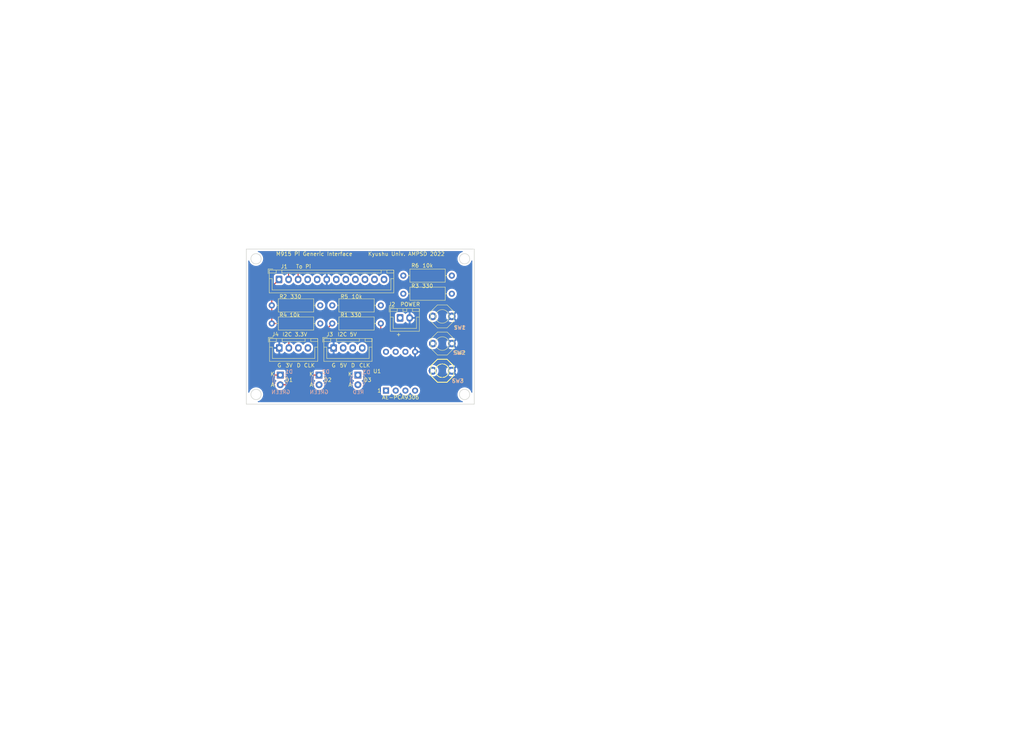
<source format=kicad_pcb>
(kicad_pcb (version 20211014) (generator pcbnew)
  (layers (0 "F.Cu" signal) (31 "B.Cu" signal) (34 "B.Paste" user) (35 "F.Paste" user) (36 "B.SilkS" user "B.Silkscreen") (37 "F.SilkS" user "F.Silkscreen") (38 "B.Mask" user) (39 "F.Mask" user) (44 "Edge.Cuts" user))
  (net 0 "")
  (net 1 "/GPIO04")
  (net 2 "Net-(D1-Pad2)")
  (net 3 "/GPIO05")
  (net 4 "Net-(D2-Pad2)")
  (net 5 "Net-(D3-Pad2)")
  (net 6 "/GPIO06")
  (net 7 "/+3.3V")
  (net 8 "/+5V")
  (net 9 "GND")
  (net 10 "/GPIO23")
  (net 11 "/GPIO24")
  (net 12 "Net-(J1-Pad9)")
  (net 13 "/SCL")
  (net 14 "/SDA")
  (net 15 "Net-(J1-Pad12)")
  (net 16 "/SDA5V")
  (net 17 "/SCL5V")
  (net 18 "Net-(U1-Pad4)")
  (footprint "Connector_JST:JST_XH_B12B-XH-A_1x12_P2.50mm_Vertical" (layer "F.Cu") (at 100.003001 76.535001)
    (fp_text reference "J1" (at 1.342999 -3.383001) (layer "F.SilkS"))
    (fp_text value "To Pi" (at 6.422999 -3.383001) (layer "F.SilkS"))
    (fp_line (start -1.6 -2.75) (end -2.85 -2.75) (layer "F.SilkS") (width 0.12))
    (fp_line (start -2.55 -1.7) (end -0.75 -1.7) (layer "F.SilkS") (width 0.12))
    (fp_line (start 28.25 -1.7) (end 30.05 -1.7) (layer "F.SilkS") (width 0.12))
    (fp_line (start -2.56 -2.46) (end -2.56 3.51) (layer "F.SilkS") (width 0.12))
    (fp_line (start 30.05 -2.45) (end 28.25 -2.45) (layer "F.SilkS") (width 0.12))
    (fp_line (start -1.8 2.75) (end 13.75 2.75) (layer "F.SilkS") (width 0.12))
    (fp_line (start 29.3 2.75) (end 13.75 2.75) (layer "F.SilkS") (width 0.12))
    (fp_line (start 29.3 -0.2) (end 29.3 2.75) (layer "F.SilkS") (width 0.12))
    (fp_line (start -2.55 -2.45) (end -2.55 -1.7) (layer "F.SilkS") (width 0.12))
    (fp_line (start 26.75 -1.7) (end 26.75 -2.45) (layer "F.SilkS") (width 0.12))
    (fp_line (start 30.06 -2.46) (end -2.56 -2.46) (layer "F.SilkS") (width 0.12))
    (fp_line (start -0.75 -2.45) (end -2.55 -2.45) (layer "F.SilkS") (width 0.12))
    (fp_line (start 28.25 -2.45) (end 28.25 -1.7) (layer "F.SilkS") (width 0.12))
    (fp_line (start 30.05 -1.7) (end 30.05 -2.45) (layer "F.SilkS") (width 0.12))
    (fp_line (start -2.85 -2.75) (end -2.85 -1.5) (layer "F.SilkS") (width 0.12))
    (fp_line (start 0.75 -1.7) (end 26.75 -1.7) (layer "F.SilkS") (width 0.12))
    (fp_line (start 0.75 -2.45) (end 0.75 -1.7) (layer "F.SilkS") (width 0.12))
    (fp_line (start 26.75 -2.45) (end 0.75 -2.45) (layer "F.SilkS") (width 0.12))
    (fp_line (start -2.55 -0.2) (end -1.8 -0.2) (layer "F.SilkS") (width 0.12))
    (fp_line (start 30.05 -0.2) (end 29.3 -0.2) (layer "F.SilkS") (width 0.12))
    (fp_line (start 30.06 3.51) (end 30.06 -2.46) (layer "F.SilkS") (width 0.12))
    (fp_line (start -1.8 -0.2) (end -1.8 2.75) (layer "F.SilkS") (width 0.12))
    (fp_line (start -2.56 3.51) (end 30.06 3.51) (layer "F.SilkS") (width 0.12))
    (fp_line (start -0.75 -1.7) (end -0.75 -2.45) (layer "F.SilkS") (width 0.12))
    (pad "1" thru_hole roundrect locked (at 0 0) (size 1.7 1.95) (drill 0.95) (layers *.Cu *.Mask) (roundrect_rratio 0.147059) (net 7 "/+3.3V"))
    (pad "2" thru_hole oval locked (at 2.5 0) (size 1.7 1.95) (drill 0.95) (layers *.Cu *.Mask) (net 1 "/GPIO04"))
    (pad "3" thru_hole oval locked (at 5 0) (size 1.7 1.95) (drill 0.95) (layers *.Cu *.Mask) (net 3 "/GPIO05"))
    (pad "4" thru_hole oval locked (at 7.5 0) (size 1.7 1.95) (drill 0.95) (layers *.Cu *.Mask) (net 6 "/GPIO06"))
    (pad "5" thru_hole oval locked (at 10 0) (size 1.7 1.95) (drill 0.95) (layers *.Cu *.Mask) (net 8 "/+5V"))
    (pad "6" thru_hole oval locked (at 12.5 0) (size 1.7 1.95) (drill 0.95) (layers *.Cu *.Mask) (net 9 "GND"))
    (pad "7" thru_hole oval locked (at 15 0) (size 1.7 1.95) (drill 0.95) (layers *.Cu *.Mask) (net 10 "/GPIO23"))
    (pad "8" thru_hole oval locked (at 17.5 0) (size 1.7 1.95) (drill 0.95) (layers *.Cu *.Mask) (net 11 "/GPIO24"))
    (pad "9" thru_hole oval locked (at 20 0) (size 1.7 1.95) (drill 0.95) (layers *.Cu *.Mask) (net 12 "Net-(J1-Pad9)"))
    (pad "10" thru_hole oval locked (at 22.5 0) (size 1.7 1.95) (drill 0.95) (layers *.Cu *.Mask) (net 13 "/SCL"))
    (pad "11" thru_hole oval locked (at 25 0) (size 1.7 1.95) (drill 0.95) (layers *.Cu *.Mask) (net 14 "/SDA"))
    (pad "12" thru_hole oval locked (at 27.5 0) (size 1.7 1.95) (drill 0.95) (layers *.Cu *.Mask) (net 15 "Net-(J1-Pad12)"))
  )
  (footprint "Connector_JST:JST_XH_B2B-XH-A_1x02_P2.50mm_Vertical" (layer "F.Cu") (at 131.703001 86.614)
    (fp_text reference "J2" (at -2.163001 -3.556) (layer "F.SilkS"))
    (fp_text value "POWER" (at 2.662999 -3.556) (layer "F.SilkS"))
    (fp_line (start 4.3 -0.2) (end 4.3 2.75) (layer "F.SilkS") (width 0.12))
    (fp_line (start 5.05 -2.45) (end 3.25 -2.45) (layer "F.SilkS") (width 0.12))
    (fp_line (start 5.06 -2.46) (end -2.56 -2.46) (layer "F.SilkS") (width 0.12))
    (fp_line (start -0.75 -1.7) (end -0.75 -2.45) (layer "F.SilkS") (width 0.12))
    (fp_line (start 4.3 2.75) (end 1.25 2.75) (layer "F.SilkS") (width 0.12))
    (fp_line (start 0.75 -1.7) (end 1.75 -1.7) (layer "F.SilkS") (width 0.12))
    (fp_line (start 0.75 -2.45) (end 0.75 -1.7) (layer "F.SilkS") (width 0.12))
    (fp_line (start 1.75 -2.45) (end 0.75 -2.45) (layer "F.SilkS") (width 0.12))
    (fp_line (start -2.56 -2.46) (end -2.56 3.51) (layer "F.SilkS") (width 0.12))
    (fp_line (start -2.55 -0.2) (end -1.8 -0.2) (layer "F.SilkS") (width 0.12))
    (fp_line (start -1.6 -2.75) (end -2.85 -2.75) (layer "F.SilkS") (width 0.12))
    (fp_line (start -1.8 -0.2) (end -1.8 2.75) (layer "F.SilkS") (width 0.12))
    (fp_line (start 5.05 -1.7) (end 5.05 -2.45) (layer "F.SilkS") (width 0.12))
    (fp_line (start -2.85 -2.75) (end -2.85 -1.5) (layer "F.SilkS") (width 0.12))
    (fp_line (start 3.25 -1.7) (end 5.05 -1.7) (layer "F.SilkS") (width 0.12))
    (fp_line (start -2.56 3.51) (end 5.06 3.51) (layer "F.SilkS") (width 0.12))
    (fp_line (start 5.06 3.51) (end 5.06 -2.46) (layer "F.SilkS") (width 0.12))
    (fp_line (start 5.05 -0.2) (end 4.3 -0.2) (layer "F.SilkS") (width 0.12))
    (fp_line (start 3.25 -2.45) (end 3.25 -1.7) (layer "F.SilkS") (width 0.12))
    (fp_line (start -2.55 -2.45) (end -2.55 -1.7) (layer "F.SilkS") (width 0.12))
    (fp_line (start -1.8 2.75) (end 1.25 2.75) (layer "F.SilkS") (width 0.12))
    (fp_line (start -0.75 -2.45) (end -2.55 -2.45) (layer "F.SilkS") (width 0.12))
    (fp_line (start -2.55 -1.7) (end -0.75 -1.7) (layer "F.SilkS") (width 0.12))
    (fp_line (start 1.75 -1.7) (end 1.75 -2.45) (layer "F.SilkS") (width 0.12))
    (pad "1" thru_hole roundrect locked (at 0 0) (size 1.7 2) (drill 1) (layers *.Cu *.Mask) (roundrect_rratio 0.147059) (net 8 "/+5V"))
    (pad "2" thru_hole oval locked (at 2.5 0) (size 1.7 2) (drill 1) (layers *.Cu *.Mask) (net 9 "GND"))
  )
  (footprint "Connector_JST:JST_XH_B4B-XH-A_1x04_P2.50mm_Vertical" (layer "F.Cu") (at 114.3 94.488)
    (fp_text reference "J3" (at -1.016 -3.55) (layer "F.SilkS"))
    (fp_text value "I2C 5V" (at 3.556 -3.556) (layer "F.SilkS"))
    (fp_line (start 8.25 -1.7) (end 10.05 -1.7) (layer "F.SilkS") (width 0.12))
    (fp_line (start 0.75 -1.7) (end 6.75 -1.7) (layer "F.SilkS") (width 0.12))
    (fp_line (start 6.75 -1.7) (end 6.75 -2.45) (layer "F.SilkS") (width 0.12))
    (fp_line (start -2.85 -2.75) (end -2.85 -1.5) (layer "F.SilkS") (width 0.12))
    (fp_line (start -0.75 -2.45) (end -2.55 -2.45) (layer "F.SilkS") (width 0.12))
    (fp_line (start -2.56 3.51) (end 10.06 3.51) (layer "F.SilkS") (width 0.12))
    (fp_line (start 6.75 -2.45) (end 0.75 -2.45) (layer "F.SilkS") (width 0.12))
    (fp_line (start 9.3 2.75) (end 3.75 2.75) (layer "F.SilkS") (width 0.12))
    (fp_line (start 10.05 -1.7) (end 10.05 -2.45) (layer "F.SilkS") (width 0.12))
    (fp_line (start -2.55 -1.7) (end -0.75 -1.7) (layer "F.SilkS") (width 0.12))
    (fp_line (start -1.8 -0.2) (end -1.8 2.75) (layer "F.SilkS") (width 0.12))
    (fp_line (start 10.05 -0.2) (end 9.3 -0.2) (layer "F.SilkS") (width 0.12))
    (fp_line (start -1.6 -2.75) (end -2.85 -2.75) (layer "F.SilkS") (width 0.12))
    (fp_line (start 8.25 -2.45) (end 8.25 -1.7) (layer "F.SilkS") (width 0.12))
    (fp_line (start -1.8 2.75) (end 3.75 2.75) (layer "F.SilkS") (width 0.12))
    (fp_line (start 10.06 -2.46) (end -2.56 -2.46) (layer "F.SilkS") (width 0.12))
    (fp_line (start 10.05 -2.45) (end 8.25 -2.45) (layer "F.SilkS") (width 0.12))
    (fp_line (start 10.06 3.51) (end 10.06 -2.46) (layer "F.SilkS") (width 0.12))
    (fp_line (start -2.55 -2.45) (end -2.55 -1.7) (layer "F.SilkS") (width 0.12))
    (fp_line (start -0.75 -1.7) (end -0.75 -2.45) (layer "F.SilkS") (width 0.12))
    (fp_line (start -2.55 -0.2) (end -1.8 -0.2) (layer "F.SilkS") (width 0.12))
    (fp_line (start -2.56 -2.46) (end -2.56 3.51) (layer "F.SilkS") (width 0.12))
    (fp_line (start 9.3 -0.2) (end 9.3 2.75) (layer "F.SilkS") (width 0.12))
    (fp_line (start 0.75 -2.45) (end 0.75 -1.7) (layer "F.SilkS") (width 0.12))
    (pad "1" thru_hole roundrect locked (at 0 0) (size 1.7 1.95) (drill 0.95) (layers *.Cu *.Mask) (roundrect_rratio 0.147059) (net 9 "GND"))
    (pad "2" thru_hole oval locked (at 2.5 0) (size 1.7 1.95) (drill 0.95) (layers *.Cu *.Mask) (net 8 "/+5V"))
    (pad "3" thru_hole oval locked (at 5 0) (size 1.7 1.95) (drill 0.95) (layers *.Cu *.Mask) (net 16 "/SDA5V"))
    (pad "4" thru_hole oval locked (at 7.5 0) (size 1.7 1.95) (drill 0.95) (layers *.Cu *.Mask) (net 17 "/SCL5V"))
  )
  (footprint "Connector_JST:JST_XH_B4B-XH-A_1x04_P2.50mm_Vertical" (layer "F.Cu") (at 100.076 94.488)
    (fp_text reference "J4" (at -1.016 -3.556) (layer "F.SilkS"))
    (fp_text value "I2C 3.3V" (at 4.064 -3.556) (layer "F.SilkS"))
    (fp_line (start 10.06 3.51) (end 10.06 -2.46) (layer "F.SilkS") (width 0.12))
    (fp_line (start -1.8 2.75) (end 3.75 2.75) (layer "F.SilkS") (width 0.12))
    (fp_line (start -2.85 -2.75) (end -2.85 -1.5) (layer "F.SilkS") (width 0.12))
    (fp_line (start 10.05 -0.2) (end 9.3 -0.2) (layer "F.SilkS") (width 0.12))
    (fp_line (start 9.3 -0.2) (end 9.3 2.75) (layer "F.SilkS") (width 0.12))
    (fp_line (start -0.75 -1.7) (end -0.75 -2.45) (layer "F.SilkS") (width 0.12))
    (fp_line (start 0.75 -2.45) (end 0.75 -1.7) (layer "F.SilkS") (width 0.12))
    (fp_line (start 8.25 -2.45) (end 8.25 -1.7) (layer "F.SilkS") (width 0.12))
    (fp_line (start -1.6 -2.75) (end -2.85 -2.75) (layer "F.SilkS") (width 0.12))
    (fp_line (start -2.56 3.51) (end 10.06 3.51) (layer "F.SilkS") (width 0.12))
    (fp_line (start -2.55 -2.45) (end -2.55 -1.7) (layer "F.SilkS") (width 0.12))
    (fp_line (start 10.05 -2.45) (end 8.25 -2.45) (layer "F.SilkS") (width 0.12))
    (fp_line (start -2.55 -1.7) (end -0.75 -1.7) (layer "F.SilkS") (width 0.12))
    (fp_line (start -0.75 -2.45) (end -2.55 -2.45) (layer "F.SilkS") (width 0.12))
    (fp_line (start -2.56 -2.46) (end -2.56 3.51) (layer "F.SilkS") (width 0.12))
    (fp_line (start -1.8 -0.2) (end -1.8 2.75) (layer "F.SilkS") (width 0.12))
    (fp_line (start 10.05 -1.7) (end 10.05 -2.45) (layer "F.SilkS") (width 0.12))
    (fp_line (start 8.25 -1.7) (end 10.05 -1.7) (layer "F.SilkS") (width 0.12))
    (fp_line (start -2.55 -0.2) (end -1.8 -0.2) (layer "F.SilkS") (width 0.12))
    (fp_line (start 6.75 -1.7) (end 6.75 -2.45) (layer "F.SilkS") (width 0.12))
    (fp_line (start 6.75 -2.45) (end 0.75 -2.45) (layer "F.SilkS") (width 0.12))
    (fp_line (start 0.75 -1.7) (end 6.75 -1.7) (layer "F.SilkS") (width 0.12))
    (fp_line (start 9.3 2.75) (end 3.75 2.75) (layer "F.SilkS") (width 0.12))
    (fp_line (start 10.06 -2.46) (end -2.56 -2.46) (layer "F.SilkS") (width 0.12))
    (pad "1" thru_hole roundrect locked (at 0 0) (size 1.7 1.95) (drill 0.95) (layers *.Cu *.Mask) (roundrect_rratio 0.147059) (net 9 "GND"))
    (pad "2" thru_hole oval locked (at 2.5 0) (size 1.7 1.95) (drill 0.95) (layers *.Cu *.Mask) (net 7 "/+3.3V"))
    (pad "3" thru_hole oval locked (at 5 0) (size 1.7 1.95) (drill 0.95) (layers *.Cu *.Mask) (net 14 "/SDA"))
    (pad "4" thru_hole oval locked (at 7.5 0) (size 1.7 1.95) (drill 0.95) (layers *.Cu *.Mask) (net 13 "/SCL"))
  )
  (footprint "Resistor_THT:R_Axial_DIN0309_L9.0mm_D3.2mm_P12.70mm_Horizontal" (layer "F.Cu") (at 113.953001 88.085001)
    (fp_text reference "R1" (at 3.140999 -2.233001) (layer "F.SilkS"))
    (fp_text value "330" (at 6.188999 -2.233001) (layer "F.SilkS"))
    (fp_line (start 1.73 1.72) (end 10.97 1.72) (layer "F.SilkS") (width 0.12))
    (fp_line (start 10.97 -1.72) (end 1.73 -1.72) (layer "F.SilkS") (width 0.12))
    (fp_line (start 1.04 0) (end 1.73 0) (layer "F.SilkS") (width 0.12))
    (fp_line (start 10.97 1.72) (end 10.97 -1.72) (layer "F.SilkS") (width 0.12))
    (fp_line (start 11.66 0) (end 10.97 0) (layer "F.SilkS") (width 0.12))
    (fp_line (start 1.73 -1.72) (end 1.73 1.72) (layer "F.SilkS") (width 0.12))
    (pad "1" thru_hole circle locked (at 0 0) (size 1.6 1.6) (drill 0.8) (layers *.Cu *.Mask) (net 7 "/+3.3V"))
    (pad "2" thru_hole oval locked (at 12.7 0) (size 1.6 1.6) (drill 0.8) (layers *.Cu *.Mask) (net 2 "Net-(D1-Pad2)"))
  )
  (footprint "Resistor_THT:R_Axial_DIN0309_L9.0mm_D3.2mm_P12.70mm_Horizontal" (layer "F.Cu") (at 98.103001 83.335001)
    (fp_text reference "R2" (at 2.988999 -2.309001) (layer "F.SilkS"))
    (fp_text value "330" (at 6.290999 -2.309001) (layer "F.SilkS"))
    (fp_line (start 10.97 -1.72) (end 1.73 -1.72) (layer "F.SilkS") (width 0.12))
    (fp_line (start 11.66 0) (end 10.97 0) (layer "F.SilkS") (width 0.12))
    (fp_line (start 10.97 1.72) (end 10.97 -1.72) (layer "F.SilkS") (width 0.12))
    (fp_line (start 1.04 0) (end 1.73 0) (layer "F.SilkS") (width 0.12))
    (fp_line (start 1.73 1.72) (end 10.97 1.72) (layer "F.SilkS") (width 0.12))
    (fp_line (start 1.73 -1.72) (end 1.73 1.72) (layer "F.SilkS") (width 0.12))
    (pad "1" thru_hole circle locked (at 0 0) (size 1.6 1.6) (drill 0.8) (layers *.Cu *.Mask) (net 7 "/+3.3V"))
    (pad "2" thru_hole oval locked (at 12.7 0) (size 1.6 1.6) (drill 0.8) (layers *.Cu *.Mask) (net 4 "Net-(D2-Pad2)"))
  )
  (footprint "Resistor_THT:R_Axial_DIN0309_L9.0mm_D3.2mm_P12.70mm_Horizontal" (layer "F.Cu") (at 132.553001 80.285001)
    (fp_text reference "R3" (at 3.082999 -2.053001) (layer "F.SilkS"))
    (fp_text value "330" (at 6.35 -2.053001) (layer "F.SilkS"))
    (fp_line (start 1.73 1.72) (end 10.97 1.72) (layer "F.SilkS") (width 0.12))
    (fp_line (start 1.04 0) (end 1.73 0) (layer "F.SilkS") (width 0.12))
    (fp_line (start 10.97 -1.72) (end 1.73 -1.72) (layer "F.SilkS") (width 0.12))
    (fp_line (start 1.73 -1.72) (end 1.73 1.72) (layer "F.SilkS") (width 0.12))
    (fp_line (start 11.66 0) (end 10.97 0) (layer "F.SilkS") (width 0.12))
    (fp_line (start 10.97 1.72) (end 10.97 -1.72) (layer "F.SilkS") (width 0.12))
    (pad "1" thru_hole circle locked (at 0 0) (size 1.6 1.6) (drill 0.8) (layers *.Cu *.Mask) (net 7 "/+3.3V"))
    (pad "2" thru_hole oval locked (at 12.7 0) (size 1.6 1.6) (drill 0.8) (layers *.Cu *.Mask) (net 5 "Net-(D3-Pad2)"))
  )
  (footprint "Resistor_THT:R_Axial_DIN0309_L9.0mm_D3.2mm_P12.70mm_Horizontal" (layer "F.Cu") (at 98.103001 88.085001)
    (fp_text reference "R4" (at 2.988999 -2.233001) (layer "F.SilkS"))
    (fp_text value "10k" (at 6.036999 -2.233001) (layer "F.SilkS"))
    (fp_line (start 10.97 -1.72) (end 1.73 -1.72) (layer "F.SilkS") (width 0.12))
    (fp_line (start 1.73 1.72) (end 10.97 1.72) (layer "F.SilkS") (width 0.12))
    (fp_line (start 11.66 0) (end 10.97 0) (layer "F.SilkS") (width 0.12))
    (fp_line (start 10.97 1.72) (end 10.97 -1.72) (layer "F.SilkS") (width 0.12))
    (fp_line (start 1.04 0) (end 1.73 0) (layer "F.SilkS") (width 0.12))
    (fp_line (start 1.73 -1.72) (end 1.73 1.72) (layer "F.SilkS") (width 0.12))
    (pad "1" thru_hole circle locked (at 0 0) (size 1.6 1.6) (drill 0.8) (layers *.Cu *.Mask) (net 7 "/+3.3V"))
    (pad "2" thru_hole oval locked (at 12.7 0) (size 1.6 1.6) (drill 0.8) (layers *.Cu *.Mask) (net 10 "/GPIO23"))
  )
  (footprint "Resistor_THT:R_Axial_DIN0309_L9.0mm_D3.2mm_P12.70mm_Horizontal" (layer "F.Cu") (at 113.953001 83.335001)
    (fp_text reference "R5" (at 3.140999 -2.309001) (layer "F.SilkS"))
    (fp_text value "10k" (at 6.442999 -2.309001) (layer "F.SilkS"))
    (fp_line (start 11.66 0) (end 10.97 0) (layer "F.SilkS") (width 0.12))
    (fp_line (start 1.73 -1.72) (end 1.73 1.72) (layer "F.SilkS") (width 0.12))
    (fp_line (start 10.97 1.72) (end 10.97 -1.72) (layer "F.SilkS") (width 0.12))
    (fp_line (start 1.73 1.72) (end 10.97 1.72) (layer "F.SilkS") (width 0.12))
    (fp_line (start 1.04 0) (end 1.73 0) (layer "F.SilkS") (width 0.12))
    (fp_line (start 10.97 -1.72) (end 1.73 -1.72) (layer "F.SilkS") (width 0.12))
    (pad "1" thru_hole circle locked (at 0 0) (size 1.6 1.6) (drill 0.8) (layers *.Cu *.Mask) (net 7 "/+3.3V"))
    (pad "2" thru_hole oval locked (at 12.7 0) (size 1.6 1.6) (drill 0.8) (layers *.Cu *.Mask) (net 11 "/GPIO24"))
  )
  (footprint "Resistor_THT:R_Axial_DIN0309_L9.0mm_D3.2mm_P12.70mm_Horizontal" (layer "F.Cu") (at 132.553001 75.535001)
    (fp_text reference "R6" (at 3.082999 -2.637001) (layer "F.SilkS"))
    (fp_text value "10k" (at 6.384999 -2.637001) (layer "F.SilkS"))
    (fp_line (start 11.66 0) (end 10.97 0) (layer "F.SilkS") (width 0.12))
    (fp_line (start 1.73 -1.72) (end 1.73 1.72) (layer "F.SilkS") (width 0.12))
    (fp_line (start 10.97 -1.72) (end 1.73 -1.72) (layer "F.SilkS") (width 0.12))
    (fp_line (start 1.73 1.72) (end 10.97 1.72) (layer "F.SilkS") (width 0.12))
    (fp_line (start 10.97 1.72) (end 10.97 -1.72) (layer "F.SilkS") (width 0.12))
    (fp_line (start 1.04 0) (end 1.73 0) (layer "F.SilkS") (width 0.12))
    (pad "1" thru_hole circle locked (at 0 0) (size 1.6 1.6) (drill 0.8) (layers *.Cu *.Mask) (net 7 "/+3.3V"))
    (pad "2" thru_hole oval locked (at 12.7 0) (size 1.6 1.6) (drill 0.8) (layers *.Cu *.Mask) (net 12 "Net-(J1-Pad9)"))
  )
  (footprint "HOLLY:TVDT18-050" (layer "F.Cu") (at 142.778 93.340001)
    (fp_text reference "SW2" (at 4.542 2.417999) (layer "F.SilkS"))
    (fp_text value "SW_Push")
    (fp_line (start -3 1.27) (end -1.27 3) (layer "F.SilkS") (width 0.12))
    (fp_line (start -1.27 -3) (end -3 -1.27) (layer "F.SilkS") (width 0.12))
    (fp_line (start -1.27 3) (end 1.27 3) (layer "F.SilkS") (width 0.12))
    (fp_line (start 3 1.27) (end 3 -1.27) (layer "F.SilkS") (width 0.12))
    (fp_line (start 1.27 -3) (end -1.27 -3) (layer "F.SilkS") (width 0.12))
    (fp_line (start 3 -1.27) (end 1.27 -3) (layer "F.SilkS") (width 0.12))
    (fp_line (start 1.27 3) (end 3 1.27) (layer "F.SilkS") (width 0.12))
    (fp_line (start -3 -1.27) (end -3 1.27) (layer "F.SilkS") (width 0.12))
    (fp_circle (center 0 0) (end 0.127 1.778) (layer "F.SilkS") (width 0.12) (fill none))
    (pad "1" thru_hole circle locked (at -2.5 0) (size 2 2) (drill 1) (layers *.Cu *.Mask) (net 11 "/GPIO24"))
    (pad "2" thru_hole circle locked (at 2.5 0) (size 2 2) (drill 1) (layers *.Cu *.Mask) (net 9 "GND"))
  )
  (footprint "Akizuki:AE-PCA9306" (layer "F.Cu") (at 128.016 105.664 90)
    (fp_text reference "U1" (at 5.08 -2.33 180) (layer "F.SilkS"))
    (fp_text value "AE-PCA9306" (at -1.778 3.81 180) (layer "F.SilkS"))
    (pad "1" thru_hole rect locked (at 0 0 90) (size 1.6 1.6) (drill 0.8) (layers *.Cu *.Mask) (net 7 "/+3.3V"))
    (pad "2" thru_hole oval locked (at 0 2.54 90) (size 1.6 1.6) (drill 0.8) (layers *.Cu *.Mask) (net 13 "/SCL"))
    (pad "3" thru_hole oval locked (at 0 5.08 90) (size 1.6 1.6) (drill 0.8) (layers *.Cu *.Mask) (net 14 "/SDA"))
    (pad "4" thru_hole oval locked (at 0 7.62 90) (size 1.6 1.6) (drill 0.8) (layers *.Cu *.Mask) (net 18 "Net-(U1-Pad4)"))
    (pad "5" thru_hole oval locked (at 10.16 7.62 90) (size 1.6 1.6) (drill 0.8) (layers *.Cu *.Mask) (net 9 "GND"))
    (pad "6" thru_hole oval locked (at 10.16 5.08 90) (size 1.6 1.6) (drill 0.8) (layers *.Cu *.Mask) (net 16 "/SDA5V"))
    (pad "7" thru_hole oval locked (at 10.16 2.54 90) (size 1.6 1.6) (drill 0.8) (layers *.Cu *.Mask) (net 17 "/SCL5V"))
    (pad "8" thru_hole oval locked (at 10.16 0 90) (size 1.6 1.6) (drill 0.8) (layers *.Cu *.Mask) (net 8 "/+5V"))
  )
  (footprint "HOLLY:TVDT18-050" (layer "F.Cu") (at 142.748 86.220001)
    (fp_text reference "SW1" (at 4.572 2.933999) (layer "F.SilkS"))
    (fp_text value "SW_Push")
    (fp_line (start 3 1.27) (end 3 -1.27) (layer "F.SilkS") (width 0.12))
    (fp_line (start -1.27 -3) (end -3 -1.27) (layer "F.SilkS") (width 0.12))
    (fp_line (start 1.27 -3) (end -1.27 -3) (layer "F.SilkS") (width 0.12))
    (fp_line (start -3 1.27) (end -1.27 3) (layer "F.SilkS") (width 0.12))
    (fp_line (start 3 -1.27) (end 1.27 -3) (layer "F.SilkS") (width 0.12))
    (fp_line (start 1.27 3) (end 3 1.27) (layer "F.SilkS") (width 0.12))
    (fp_line (start -3 -1.27) (end -3 1.27) (layer "F.SilkS") (width 0.12))
    (fp_line (start -1.27 3) (end 1.27 3) (layer "F.SilkS") (width 0.12))
    (fp_circle (center 0 0) (end 0.127 1.778) (layer "F.SilkS") (width 0.12) (fill none))
    (pad "1" thru_hole circle locked (at -2.5 0) (size 2 2) (drill 1) (layers *.Cu *.Mask) (net 10 "/GPIO23"))
    (pad "2" thru_hole circle locked (at 2.5 0) (size 2 2) (drill 1) (layers *.Cu *.Mask) (net 9 "GND"))
  )
  (footprint "HOLLY:TVDT18-050" (layer "F.Cu") (at 142.748 100.460001)
    (fp_text reference "SW3" hide)
    (fp_text value "SW_Push")
    (fp_line (start 3 1.27) (end 3 -1.27) (layer "F.SilkS") (width 0.12))
    (fp_line (start 1.27 3) (end 3 1.27) (layer "F.SilkS") (width 0.12))
    (fp_line (start 3 -1.27) (end 1.27 -3) (layer "F.SilkS") (width 0.12))
    (fp_line (start -1.27 3) (end 1.27 3) (layer "F.SilkS") (width 0.12))
    (fp_line (start -3 -1.27) (end -3 1.27) (layer "F.SilkS") (width 0.12))
    (fp_line (start -1.27 -3) (end -3 -1.27) (layer "F.SilkS") (width 0.12))
    (fp_line (start 1.27 -3) (end -1.27 -3) (layer "F.SilkS") (width 0.12))
    (fp_line (start -3 1.27) (end -1.27 3) (layer "F.SilkS") (width 0.12))
    (fp_circle (center 0 0) (end 0.127 1.778) (layer "F.SilkS") (width 0.12) (fill none))
    (pad "1" thru_hole circle locked (at -2.5 0) (size 2 2) (drill 1) (layers *.Cu *.Mask) (net 12 "Net-(J1-Pad9)"))
    (pad "2" thru_hole circle locked (at 2.5 0) (size 2 2) (drill 1) (layers *.Cu *.Mask) (net 9 "GND"))
  )
  (footprint "HOLLY:TVDT18-050" (layer "F.Cu") (at 142.748 100.460001)
    (fp_text reference "SW3" hide)
    (fp_text value "SW_Push")
    (fp_line (start -3 -1.27) (end -3 1.27) (layer "F.SilkS") (width 0.12))
    (fp_line (start -1.27 3) (end 1.27 3) (layer "F.SilkS") (width 0.12))
    (fp_line (start -1.27 -3) (end -3 -1.27) (layer "F.SilkS") (width 0.12))
    (fp_line (start 1.27 3) (end 3 1.27) (layer "F.SilkS") (width 0.12))
    (fp_line (start 1.27 -3) (end -1.27 -3) (layer "F.SilkS") (width 0.12))
    (fp_line (start 3 -1.27) (end 1.27 -3) (layer "F.SilkS") (width 0.12))
    (fp_line (start 3 1.27) (end 3 -1.27) (layer "F.SilkS") (width 0.12))
    (fp_line (start -3 1.27) (end -1.27 3) (layer "F.SilkS") (width 0.12))
    (fp_circle (center 0 0) (end 0.127 1.778) (layer "F.SilkS") (width 0.12) (fill none))
    (pad "1" thru_hole circle locked (at -2.5 0) (size 2 2) (drill 1) (layers *.Cu *.Mask) (net 12 "Net-(J1-Pad9)"))
    (pad "2" thru_hole circle locked (at 2.5 0) (size 2 2) (drill 1) (layers *.Cu *.Mask) (net 9 "GND"))
  )
  (footprint "HOLLY:TVDT18-050" (layer "F.Cu") (at 142.748 100.460001)
    (fp_text reference "SW3" hide)
    (fp_text value "SW_Push")
    (fp_line (start 3 -1.27) (end 1.27 -3) (layer "F.SilkS") (width 0.12))
    (fp_line (start -3 1.27) (end -1.27 3) (layer "F.SilkS") (width 0.12))
    (fp_line (start -3 -1.27) (end -3 1.27) (layer "F.SilkS") (width 0.12))
    (fp_line (start -1.27 -3) (end -3 -1.27) (layer "F.SilkS") (width 0.12))
    (fp_line (start -1.27 3) (end 1.27 3) (layer "F.SilkS") (width 0.12))
    (fp_line (start 3 1.27) (end 3 -1.27) (layer "F.SilkS") (width 0.12))
    (fp_line (start 1.27 3) (end 3 1.27) (layer "F.SilkS") (width 0.12))
    (fp_line (start 1.27 -3) (end -1.27 -3) (layer "F.SilkS") (width 0.12))
    (fp_circle (center 0 0) (end 0.127 1.778) (layer "F.SilkS") (width 0.12) (fill none))
    (pad "1" thru_hole circle locked (at -2.5 0) (size 2 2) (drill 1) (layers *.Cu *.Mask) (net 12 "Net-(J1-Pad9)"))
    (pad "2" thru_hole circle locked (at 2.5 0) (size 2 2) (drill 1) (layers *.Cu *.Mask) (net 9 "GND"))
  )
  (footprint "HOLLY:TVDT18-050" (layer "F.Cu") (at 142.748 100.460001)
    (fp_text reference "SW3" hide)
    (fp_text value "SW_Push")
    (fp_line (start -3 1.27) (end -1.27 3) (layer "F.SilkS") (width 0.12))
    (fp_line (start -1.27 -3) (end -3 -1.27) (layer "F.SilkS") (width 0.12))
    (fp_line (start 1.27 3) (end 3 1.27) (layer "F.SilkS") (width 0.12))
    (fp_line (start 3 -1.27) (end 1.27 -3) (layer "F.SilkS") (width 0.12))
    (fp_line (start 1.27 -3) (end -1.27 -3) (layer "F.SilkS") (width 0.12))
    (fp_line (start -1.27 3) (end 1.27 3) (layer "F.SilkS") (width 0.12))
    (fp_line (start 3 1.27) (end 3 -1.27) (layer "F.SilkS") (width 0.12))
    (fp_line (start -3 -1.27) (end -3 1.27) (layer "F.SilkS") (width 0.12))
    (fp_circle (center 0 0) (end 0.127 1.778) (layer "F.SilkS") (width 0.12) (fill none))
    (pad "1" thru_hole circle locked (at -2.5 0) (size 2 2) (drill 1) (layers *.Cu *.Mask) (net 12 "Net-(J1-Pad9)"))
    (pad "2" thru_hole circle locked (at 2.5 0) (size 2 2) (drill 1) (layers *.Cu *.Mask) (net 9 "GND"))
  )
  (footprint "HOLLY:TVDT18-050" (layer "F.Cu") (at 142.748 100.460001)
    (fp_text reference "SW3" hide)
    (fp_text value "SW_Push")
    (fp_line (start 1.27 3) (end 3 1.27) (layer "F.SilkS") (width 0.12))
    (fp_line (start 3 -1.27) (end 1.27 -3) (layer "F.SilkS") (width 0.12))
    (fp_line (start 3 1.27) (end 3 -1.27) (layer "F.SilkS") (width 0.12))
    (fp_line (start -1.27 -3) (end -3 -1.27) (layer "F.SilkS") (width 0.12))
    (fp_line (start -1.27 3) (end 1.27 3) (layer "F.SilkS") (width 0.12))
    (fp_line (start 1.27 -3) (end -1.27 -3) (layer "F.SilkS") (width 0.12))
    (fp_line (start -3 1.27) (end -1.27 3) (layer "F.SilkS") (width 0.12))
    (fp_line (start -3 -1.27) (end -3 1.27) (layer "F.SilkS") (width 0.12))
    (fp_circle (center 0 0) (end 0.127 1.778) (layer "F.SilkS") (width 0.12) (fill none))
    (pad "1" thru_hole circle locked (at -2.5 0) (size 2 2) (drill 1) (layers *.Cu *.Mask) (net 12 "Net-(J1-Pad9)"))
    (pad "2" thru_hole circle locked (at 2.5 0) (size 2 2) (drill 1) (layers *.Cu *.Mask) (net 9 "GND"))
  )
  (footprint "HOLLY:TVDT18-050" (layer "F.Cu") (at 142.748 100.460001)
    (fp_text reference "SW3" hide)
    (fp_text value "SW_Push")
    (fp_line (start 3 -1.27) (end 1.27 -3) (layer "F.SilkS") (width 0.12))
    (fp_line (start 1.27 -3) (end -1.27 -3) (layer "F.SilkS") (width 0.12))
    (fp_line (start -1.27 -3) (end -3 -1.27) (layer "F.SilkS") (width 0.12))
    (fp_line (start 1.27 3) (end 3 1.27) (layer "F.SilkS") (width 0.12))
    (fp_line (start -3 -1.27) (end -3 1.27) (layer "F.SilkS") (width 0.12))
    (fp_line (start 3 1.27) (end 3 -1.27) (layer "F.SilkS") (width 0.12))
    (fp_line (start -1.27 3) (end 1.27 3) (layer "F.SilkS") (width 0.12))
    (fp_line (start -3 1.27) (end -1.27 3) (layer "F.SilkS") (width 0.12))
    (fp_circle (center 0 0) (end 0.127 1.778) (layer "F.SilkS") (width 0.12) (fill none))
    (pad "1" thru_hole circle locked (at -2.5 0) (size 2 2) (drill 1) (layers *.Cu *.Mask) (net 12 "Net-(J1-Pad9)"))
    (pad "2" thru_hole circle locked (at 2.5 0) (size 2 2) (drill 1) (layers *.Cu *.Mask) (net 9 "GND"))
  )
  (footprint "HOLLY:TVDT18-050" (layer "F.Cu") (at 142.748 100.460001)
    (fp_text reference "SW3" hide)
    (fp_text value "SW_Push")
    (fp_line (start -1.27 -3) (end -3 -1.27) (layer "F.SilkS") (width 0.12))
    (fp_line (start 1.27 3) (end 3 1.27) (layer "F.SilkS") (width 0.12))
    (fp_line (start -3 1.27) (end -1.27 3) (layer "F.SilkS") (width 0.12))
    (fp_line (start 1.27 -3) (end -1.27 -3) (layer "F.SilkS") (width 0.12))
    (fp_line (start -1.27 3) (end 1.27 3) (layer "F.SilkS") (width 0.12))
    (fp_line (start 3 -1.27) (end 1.27 -3) (layer "F.SilkS") (width 0.12))
    (fp_line (start 3 1.27) (end 3 -1.27) (layer "F.SilkS") (width 0.12))
    (fp_line (start -3 -1.27) (end -3 1.27) (layer "F.SilkS") (width 0.12))
    (fp_circle (center 0 0) (end 0.127 1.778) (layer "F.SilkS") (width 0.12) (fill none))
    (pad "1" thru_hole circle locked (at -2.5 0) (size 2 2) (drill 1) (layers *.Cu *.Mask) (net 12 "Net-(J1-Pad9)"))
    (pad "2" thru_hole circle locked (at 2.5 0) (size 2 2) (drill 1) (layers *.Cu *.Mask) (net 9 "GND"))
  )
  (footprint "HOLLY:TVDT18-050" (layer "F.Cu") (at 142.748 100.460001)
    (fp_text reference "SW3" hide)
    (fp_text value "SW_Push")
    (fp_line (start 3 1.27) (end 3 -1.27) (layer "F.SilkS") (width 0.12))
    (fp_line (start -3 1.27) (end -1.27 3) (layer "F.SilkS") (width 0.12))
    (fp_line (start -3 -1.27) (end -3 1.27) (layer "F.SilkS") (width 0.12))
    (fp_line (start 1.27 -3) (end -1.27 -3) (layer "F.SilkS") (width 0.12))
    (fp_line (start 1.27 3) (end 3 1.27) (layer "F.SilkS") (width 0.12))
    (fp_line (start -1.27 -3) (end -3 -1.27) (layer "F.SilkS") (width 0.12))
    (fp_line (start -1.27 3) (end 1.27 3) (layer "F.SilkS") (width 0.12))
    (fp_line (start 3 -1.27) (end 1.27 -3) (layer "F.SilkS") (width 0.12))
    (fp_circle (center 0 0) (end 0.127 1.778) (layer "F.SilkS") (width 0.12) (fill none))
    (pad "1" thru_hole circle locked (at -2.5 0) (size 2 2) (drill 1) (layers *.Cu *.Mask) (net 12 "Net-(J1-Pad9)"))
    (pad "2" thru_hole circle locked (at 2.5 0) (size 2 2) (drill 1) (layers *.Cu *.Mask) (net 9 "GND"))
  )
  (footprint "HOLLY:TVDT18-050" (layer "F.Cu") (at 142.748 100.460001)
    (fp_text reference "SW3" hide)
    (fp_text value "SW_Push")
    (fp_line (start -1.27 -3) (end -3 -1.27) (layer "F.SilkS") (width 0.12))
    (fp_line (start 3 1.27) (end 3 -1.27) (layer "F.SilkS") (width 0.12))
    (fp_line (start -1.27 3) (end 1.27 3) (layer "F.SilkS") (width 0.12))
    (fp_line (start 1.27 -3) (end -1.27 -3) (layer "F.SilkS") (width 0.12))
    (fp_line (start 1.27 3) (end 3 1.27) (layer "F.SilkS") (width 0.12))
    (fp_line (start -3 1.27) (end -1.27 3) (layer "F.SilkS") (width 0.12))
    (fp_line (start -3 -1.27) (end -3 1.27) (layer "F.SilkS") (width 0.12))
    (fp_line (start 3 -1.27) (end 1.27 -3) (layer "F.SilkS") (width 0.12))
    (fp_circle (center 0 0) (end 0.127 1.778) (layer "F.SilkS") (width 0.12) (fill none))
    (pad "1" thru_hole circle locked (at -2.5 0) (size 2 2) (drill 1) (layers *.Cu *.Mask) (net 12 "Net-(J1-Pad9)"))
    (pad "2" thru_hole circle locked (at 2.5 0) (size 2 2) (drill 1) (layers *.Cu *.Mask) (net 9 "GND"))
  )
  (footprint "HOLLY:TVDT18-050" (layer "F.Cu") (at 142.748 100.460001)
    (fp_text reference "SW3" (at 4.064 2.663999) (layer "B.SilkS") (effects (justify mirror)))
    (fp_text value "SW_Push")
    (fp_line (start 1.27 3) (end 3 1.27) (layer "F.SilkS") (width 0.12))
    (fp_line (start 1.27 -3) (end -1.27 -3) (layer "F.SilkS") (width 0.12))
    (fp_line (start -3 1.27) (end -1.27 3) (layer "F.SilkS") (width 0.12))
    (fp_line (start 3 1.27) (end 3 -1.27) (layer "F.SilkS") (width 0.12))
    (fp_line (start -1.27 3) (end 1.27 3) (layer "F.SilkS") (width 0.12))
    (fp_line (start -3 -1.27) (end -3 1.27) (layer "F.SilkS") (width 0.12))
    (fp_line (start -1.27 -3) (end -3 -1.27) (layer "F.SilkS") (width 0.12))
    (fp_line (start 3 -1.27) (end 1.27 -3) (layer "F.SilkS") (width 0.12))
    (fp_circle (center 0 0) (end 0.127 1.778) (layer "F.SilkS") (width 0.12) (fill none))
    (pad "1" thru_hole circle locked (at -2.5 0) (size 2 2) (drill 1) (layers *.Cu *.Mask) (net 12 "Net-(J1-Pad9)"))
    (pad "2" thru_hole circle locked (at 2.5 0) (size 2 2) (drill 1) (layers *.Cu *.Mask) (net 9 "GND"))
  )
  (footprint "HOLLY:TVDT18-050" (layer "F.Cu") (at 142.748 100.460001)
    (fp_text reference "SW3" hide)
    (fp_text value "SW_Push")
    (fp_line (start 1.27 3) (end 3 1.27) (layer "F.SilkS") (width 0.12))
    (fp_line (start 3 1.27) (end 3 -1.27) (layer "F.SilkS") (width 0.12))
    (fp_line (start 1.27 -3) (end -1.27 -3) (layer "F.SilkS") (width 0.12))
    (fp_line (start -3 -1.27) (end -3 1.27) (layer "F.SilkS") (width 0.12))
    (fp_line (start 3 -1.27) (end 1.27 -3) (layer "F.SilkS") (width 0.12))
    (fp_line (start -1.27 -3) (end -3 -1.27) (layer "F.SilkS") (width 0.12))
    (fp_line (start -3 1.27) (end -1.27 3) (layer "F.SilkS") (width 0.12))
    (fp_line (start -1.27 3) (end 1.27 3) (layer "F.SilkS") (width 0.12))
    (fp_circle (center 0 0) (end 0.127 1.778) (layer "F.SilkS") (width 0.12) (fill none))
    (pad "1" thru_hole circle locked (at -2.5 0) (size 2 2) (drill 1) (layers *.Cu *.Mask) (net 12 "Net-(J1-Pad9)"))
    (pad "2" thru_hole circle locked (at 2.5 0) (size 2 2) (drill 1) (layers *.Cu *.Mask) (net 9 "GND"))
  )
  (footprint "HOLLY:TVDT18-050" (layer "F.Cu") (at 142.778 100.460001)
    (fp_text reference "SW3" (at 4.034 2.663999) (layer "F.SilkS"))
    (fp_text value "SW_Push")
    (fp_line (start -3 1.27) (end -1.27 3) (layer "F.SilkS") (width 0.12))
    (fp_line (start -1.27 -3) (end -3 -1.27) (layer "F.SilkS") (width 0.12))
    (fp_line (start -1.27 3) (end 1.27 3) (layer "F.SilkS") (width 0.12))
    (fp_line (start 3 -1.27) (end 1.27 -3) (layer "F.SilkS") (width 0.12))
    (fp_line (start 1.27 3) (end 3 1.27) (layer "F.SilkS") (width 0.12))
    (fp_line (start 1.27 -3) (end -1.27 -3) (layer "F.SilkS") (width 0.12))
    (fp_line (start 3 1.27) (end 3 -1.27) (layer "F.SilkS") (width 0.12))
    (fp_line (start -3 -1.27) (end -3 1.27) (layer "F.SilkS") (width 0.12))
    (fp_circle (center 0 0) (end 0.127 1.778) (layer "F.SilkS") (width 0.12) (fill none))
    (pad "1" thru_hole circle locked (at -2.5 0) (size 2 2) (drill 1) (layers *.Cu *.Mask) (net 12 "Net-(J1-Pad9)"))
    (pad "2" thru_hole circle locked (at 2.5 0) (size 2 2) (drill 1) (layers *.Cu *.Mask) (net 9 "GND"))
  )
  (footprint "" (layer "F.Cu") (at 147.574 95.758)
    (fp_text reference "" (at 142.748 100.460001) (layer "F.SilkS") (effects (font (size 1.27 1.27))))
    (fp_text value "" (at 142.748 100.460001) (layer "F.SilkS") (effects (font (size 1.27 1.27))))
    (fp_text user "SW2" (at -0.508 0) (layer "B.SilkS") (effects (justify mirror)))
  )
  (footprint "" (layer "F.Cu") (at 128.524 85.852)
    (fp_text reference "" (at 27.178 3.556) (layer "F.SilkS") (effects (font (size 1.27 1.27))))
    (fp_text value "" (at 27.178 3.556) (layer "F.SilkS") (effects (font (size 1.27 1.27))))
    (fp_text user "SW1" (at 18.796 3.302) (layer "B.SilkS") (effects (justify mirror)))
  )
  (footprint "" (layer "F.Cu") (at 147.32 88.392)
    (fp_text reference "" (at 147.574 95.758) (layer "F.SilkS") (effects (font (size 1.27 1.27))))
    (fp_text value "" (at 147.574 95.758) (layer "F.SilkS") (effects (font (size 1.27 1.27))))
  )
  (footprint "" (layer "F.Cu") (at 103.632 102.108)
    (fp_text reference "" (at 100.003001 76.535001) (layer "F.SilkS") (effects (font (size 1.27 1.27))))
    (fp_text value "" (at 100.003001 76.535001) (layer "F.SilkS") (effects (font (size 1.27 1.27))))
  )
  (footprint "" (layer "F.Cu") (at 27.178 3.556)
    (fp_text reference "" (at 147.574 95.758) (layer "F.SilkS") (effects (font (size 1.27 1.27))))
    (fp_text value "" (at 147.574 95.758) (layer "F.SilkS") (effects (font (size 1.27 1.27))))
  )
  (footprint "LED_THT:LED_D3.0mm" (layer "B.Cu") (at 100.33 101.6 -90)
    (fp_text reference "D1" (at -0.889 -2.286 180) (layer "B.SilkS") (effects (justify mirror)))
    (fp_text value "GREEN" (at 4.445 -0.127 180) (layer "B.SilkS") (effects (justify mirror)))
    (fp_line (start -0.29 1.236) (end -0.29 1.08) (layer "B.SilkS") (width 0.12))
    (fp_line (start -0.29 -1.08) (end -0.29 -1.236) (layer "B.SilkS") (width 0.12))
    (fp_arc (start 0.229039 -1.08) (mid 1.270117 -1.5) (end 2.31113 -1.079837) (layer "B.SilkS") (width 0.12))
    (fp_arc (start -0.29 -1.235516) (mid 1.366487 -1.987659) (end 2.942335 -1.078608) (layer "B.SilkS") (width 0.12))
    (fp_arc (start 2.31113 1.079837) (mid 1.270117 1.5) (end 0.229039 1.08) (layer "B.SilkS") (width 0.12))
    (fp_arc (start 2.942335 1.078608) (mid 1.366487 1.987659) (end -0.29 1.235516) (layer "B.SilkS") (width 0.12))
    (pad "1" thru_hole rect locked (at 0 0 270) (size 1.8 1.8) (drill 0.9) (layers *.Cu *.Mask) (net 1 "/GPIO04"))
    (pad "2" thru_hole circle locked (at 2.54 0 270) (size 1.8 1.8) (drill 0.9) (layers *.Cu *.Mask) (net 2 "Net-(D1-Pad2)"))
  )
  (footprint "LED_THT:LED_D3.0mm" (layer "B.Cu") (at 110.49 101.6 -90)
    (fp_text reference "D2" (at -0.889 -1.778 180) (layer "B.SilkS") (effects (justify mirror)))
    (fp_text value "GREEN" (at 4.445 0 180) (layer "B.SilkS") (effects (justify mirror)))
    (fp_line (start -0.29 1.236) (end -0.29 1.08) (layer "B.SilkS") (width 0.12))
    (fp_line (start -0.29 -1.08) (end -0.29 -1.236) (layer "B.SilkS") (width 0.12))
    (fp_arc (start 0.229039 -1.08) (mid 1.270117 -1.5) (end 2.31113 -1.079837) (layer "B.SilkS") (width 0.12))
    (fp_arc (start 2.942335 1.078608) (mid 1.366487 1.987659) (end -0.29 1.235516) (layer "B.SilkS") (width 0.12))
    (fp_arc (start -0.29 -1.235516) (mid 1.366487 -1.987659) (end 2.942335 -1.078608) (layer "B.SilkS") (width 0.12))
    (fp_arc (start 2.31113 1.079837) (mid 1.270117 1.5) (end 0.229039 1.08) (layer "B.SilkS") (width 0.12))
    (pad "1" thru_hole rect locked (at 0 0 270) (size 1.8 1.8) (drill 0.9) (layers *.Cu *.Mask) (net 3 "/GPIO05"))
    (pad "2" thru_hole circle locked (at 2.54 0 270) (size 1.8 1.8) (drill 0.9) (layers *.Cu *.Mask) (net 4 "Net-(D2-Pad2)"))
  )
  (footprint "LED_THT:LED_D3.0mm" (layer "B.Cu") (at 120.65 101.6 -90)
    (fp_text reference "D3" (at -0.762 -2.286 180) (layer "B.SilkS") (effects (justify mirror)))
    (fp_text value "RED" (at 4.445 -0.127 180) (layer "B.SilkS") (effects (justify mirror)))
    (fp_line (start -0.29 1.236) (end -0.29 1.08) (layer "B.SilkS") (width 0.12))
    (fp_line (start -0.29 -1.08) (end -0.29 -1.236) (layer "B.SilkS") (width 0.12))
    (fp_arc (start -0.29 -1.235516) (mid 1.366487 -1.987659) (end 2.942335 -1.078608) (layer "B.SilkS") (width 0.12))
    (fp_arc (start 0.229039 -1.08) (mid 1.270117 -1.5) (end 2.31113 -1.079837) (layer "B.SilkS") (width 0.12))
    (fp_arc (start 2.942335 1.078608) (mid 1.366487 1.987659) (end -0.29 1.235516) (layer "B.SilkS") (width 0.12))
    (fp_arc (start 2.31113 1.079837) (mid 1.270117 1.5) (end 0.229039 1.08) (layer "B.SilkS") (width 0.12))
    (pad "1" thru_hole rect locked (at 0 0 270) (size 1.8 1.8) (drill 0.9) (layers *.Cu *.Mask) (net 6 "/GPIO06"))
    (pad "2" thru_hole circle locked (at 2.54 0 270) (size 1.8 1.8) (drill 0.9) (layers *.Cu *.Mask) (net 5 "Net-(D3-Pad2)"))
  )
  (gr_circle (center 148.59 106.68) (end 149.94 106.68) (layer "Edge.Cuts") (width 0.15) (fill none))
  (gr_circle (center 93.98 106.68) (end 95.33 106.68) (layer "Edge.Cuts") (width 0.15) (fill none))
  (gr_circle (center 93.98 71.12) (end 95.33 71.12) (layer "Edge.Cuts") (width 0.15) (fill none))
  (gr_line (start 91.44 109.22) (end 91.44 68.58) (layer "Edge.Cuts") (width 0.15))
  (gr_line (start 91.44 68.58) (end 151.13 68.58) (layer "Edge.Cuts") (width 0.15))
  (gr_line (start 151.13 109.22) (end 91.44 109.22) (layer "Edge.Cuts") (width 0.15))
  (gr_circle (center 148.59 71.12) (end 149.94 71.12) (layer "Edge.Cuts") (width 0.15) (fill none))
  (gr_line (start 151.13 68.58) (end 151.13 109.22) (layer "Edge.Cuts") (width 0.15))
  (gr_text "K" (at 108.458 101.346) (layer "F.SilkS") (effects (font (size 1 1))))
  (gr_text "K" (at 98.298 101.346) (layer "F.SilkS") (effects (font (size 1 1))))
  (gr_text "A" (at 108.458 104.14) (layer "F.SilkS") (effects (font (size 1 1))))
  (gr_text "A" (at 98.298 104.14) (layer "F.SilkS") (effects (font (size 1 1))))
  (gr_text "1" (at 126.238 105.664) (layer "F.SilkS") (effects (font (size 1 1))))
  (gr_text "D2" (at 112.776 102.87) (layer "F.SilkS") (effects (font (size 1 1))))
  (gr_text "D3" (at 123.19 102.87) (layer "F.SilkS") (effects (font (size 1 1))))
  (gr_text "G" (at 114.3 99.06) (layer "F.SilkS") (effects (font (size 1 1))))
  (gr_text "5V" (at 116.84 99.06) (layer "F.SilkS") (effects (font (size 1 1))))
  (gr_text "D" (at 119.38 99.06) (layer "F.SilkS") (effects (font (size 1 1))))
  (gr_text "CLK" (at 107.95 99.06) (layer "F.SilkS") (effects (font (size 1 1))))
  (gr_text "G" (at 100.076 99.06) (layer "F.SilkS") (effects (font (size 1 1))))
  (gr_text "CLK" (at 122.428 99.06) (layer "F.SilkS") (effects (font (size 1 1))))
  (gr_text "D1" (at 102.616 102.87) (layer "F.SilkS") (effects (font (size 1 1))))
  (gr_text "A" (at 118.618 104.14) (layer "F.SilkS") (effects (font (size 1 1))))
  (gr_text "+" (at 131.318 90.932) (layer "F.SilkS") (effects (font (size 1 1))))
  (gr_text "M915 Pi Generic Interface" (at 109.22 69.85) (layer "F.SilkS") (effects (font (size 1 1))))
  (gr_text "K" (at 118.618 101.346) (layer "F.SilkS") (effects (font (size 1 1))))
  (gr_text "Kyushu Univ. AMPSD 2022" (at 133.35 69.85) (layer "F.SilkS") (effects (font (size 1 1))))
  (gr_text "3V" (at 102.616 99.06) (layer "F.SilkS") (effects (font (size 1 1))))
  (gr_text "D" (at 105.156 99.06) (layer "F.SilkS") (effects (font (size 1 1))))
  (segment (start 95.885 100.33) (end 97.155 101.6) (width 0.25) (layer "F.Cu") (net 1))
  (segment (start 102.503001 76.535001) (end 102.503001 74.661999) (width 0.25) (layer "F.Cu") (net 1))
  (segment (start 102.136002 74.295) (end 95.885 74.295) (width 0.25) (layer "F.Cu") (net 1))
  (segment (start 102.503001 74.661999) (end 102.136002 74.295) (width 0.25) (layer "F.Cu") (net 1))
  (segment (start 95.885 74.295) (end 95.885 100.33) (width 0.25) (layer "F.Cu") (net 1))
  (segment (start 97.155 101.6) (end 100.33 101.6) (width 0.25) (layer "F.Cu") (net 1))
  (segment (start 100.33 104.14) (end 103.505 104.14) (width 0.25) (layer "F.Cu") (net 2))
  (segment (start 104.775 102.87) (end 104.775 98.425) (width 0.25) (layer "F.Cu") (net 2))
  (segment (start 105.41 97.79) (end 111.125 97.79) (width 0.25) (layer "F.Cu") (net 2))
  (segment (start 111.125 97.79) (end 111.125 92.075) (width 0.25) (layer "F.Cu") (net 2))
  (segment (start 103.505 104.14) (end 104.775 102.87) (width 0.25) (layer "F.Cu") (net 2))
  (segment (start 104.775 98.425) (end 105.41 97.79) (width 0.25) (layer "F.Cu") (net 2))
  (segment (start 111.125 92.075) (end 125.73 92.075) (width 0.25) (layer "F.Cu") (net 2))
  (segment (start 125.73 92.075) (end 126.653001 91.151999) (width 0.25) (layer "F.Cu") (net 2))
  (segment (start 126.653001 91.151999) (end 126.653001 88.085001) (width 0.25) (layer "F.Cu") (net 2))
  (segment (start 110.49 101.6) (end 107.315 101.6) (width 0.25) (layer "F.Cu") (net 3))
  (segment (start 107.315 101.6) (end 102.87 106.045) (width 0.25) (layer "F.Cu") (net 3))
  (segment (start 95.884283 73.66) (end 104.14 73.66) (width 0.25) (layer "F.Cu") (net 3))
  (segment (start 105.003001 74.523001) (end 105.003001 76.535001) (width 0.25) (layer "F.Cu") (net 3))
  (segment (start 104.14 73.66) (end 105.003001 74.523001) (width 0.25) (layer "F.Cu") (net 3))
  (segment (start 99.06 106.045) (end 95.25 101.6) (width 0.25) (layer "F.Cu") (net 3))
  (segment (start 95.25 101.6) (end 95.25 74.294283) (width 0.25) (layer "F.Cu") (net 3))
  (segment (start 102.87 106.045) (end 99.06 106.045) (width 0.25) (layer "F.Cu") (net 3))
  (segment (start 95.25 74.294283) (end 95.884283 73.66) (width 0.25) (layer "F.Cu") (net 3))
  (segment (start 100.003001 76.535001) (end 98.103001 78.435001) (width 0.25) (layer "F.Cu") (net 7))
  (segment (start 102.576 90.511) (end 111.527002 90.511) (width 0.25) (layer "F.Cu") (net 7))
  (segment (start 111.527002 90.511) (end 113.953001 88.085001) (width 0.25) (layer "F.Cu") (net 7))
  (segment (start 102.576 90.511) (end 102.576 94.488) (width 0.25) (layer "F.Cu") (net 7))
  (segment (start 98.103001 88.085001) (end 100.150001 88.085001) (width 0.25) (layer "F.Cu") (net 7))
  (segment (start 98.103001 78.435001) (end 98.103001 88.085001) (width 0.25) (layer "F.Cu") (net 7))
  (segment (start 100.150001 88.085001) (end 102.576 90.511) (width 0.25) (layer "F.Cu") (net 7))
  (zone (net 9) (net_name "GND") (layer "B.Cu") (connect_pads (clearance 0.508)) (min_thickness 0.254) (fill yes (thermal_gap 0.508) (thermal_bridge_width 0.508))
    (polygon (pts (xy 152.4 109.22) (xy 91.44 109.22) (xy 91.44 68.58) (xy 152.4 68.58)))
  )
)
</source>
